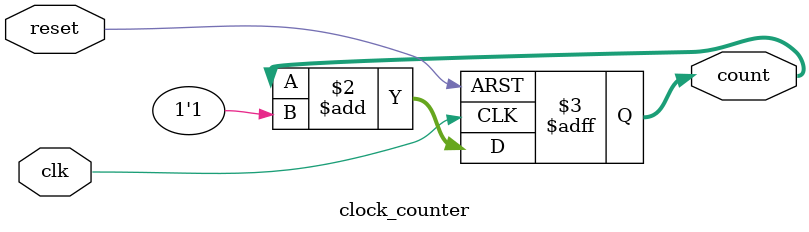
<source format=sv>
`timescale 1ns / 1ps

module clock_counter #(
    parameter COUNTER_WIDTH = 32  // Default width is 32 bits
)(
    input wire clk,            // Clock input
    input wire reset,          // Reset input to reset the counter
    output logic [COUNTER_WIDTH-1:0] count // Counter output
);
    // Counter logic
    always @(posedge clk or posedge reset) begin
        if (reset) begin
            count <= 0;  // Reset the counter to 0
        end else begin
            count <= count + 1'b1;  // Increment the counter
        end
    end
endmodule


</source>
